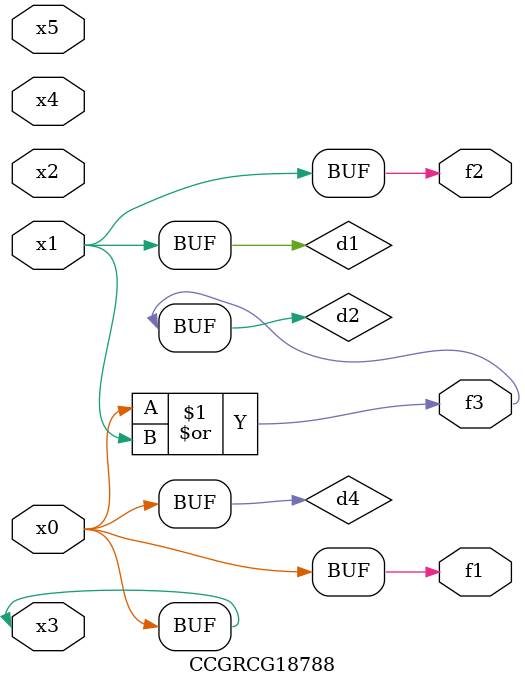
<source format=v>
module CCGRCG18788(
	input x0, x1, x2, x3, x4, x5,
	output f1, f2, f3
);

	wire d1, d2, d3, d4;

	and (d1, x1);
	or (d2, x0, x1);
	nand (d3, x0, x5);
	buf (d4, x0, x3);
	assign f1 = d4;
	assign f2 = d1;
	assign f3 = d2;
endmodule

</source>
